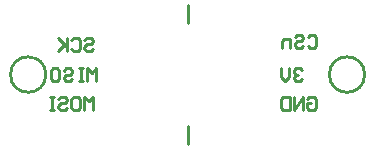
<source format=gbo>
G04 Layer_Color=32896*
%FSAX25Y25*%
%MOIN*%
G70*
G01*
G75*
%ADD13C,0.01000*%
D13*
X0572835Y0090551D02*
G03*
X0572835Y0090551I-0005906J0000000D01*
G01*
X0679134D02*
G03*
X0679134Y0090551I-0005906J0000000D01*
G01*
X0620079Y0107677D02*
Y0113681D01*
Y0067421D02*
Y0073425D01*
X0660106Y0103017D02*
X0660827Y0103739D01*
X0662271D01*
X0662992Y0103017D01*
Y0100131D01*
X0662271Y0099410D01*
X0660827D01*
X0660106Y0100131D01*
X0655777Y0103017D02*
X0656498Y0103739D01*
X0657941D01*
X0658663Y0103017D01*
Y0102296D01*
X0657941Y0101574D01*
X0656498D01*
X0655777Y0100853D01*
Y0100131D01*
X0656498Y0099410D01*
X0657941D01*
X0658663Y0100131D01*
X0654333Y0099410D02*
Y0102296D01*
X0652169D01*
X0651447Y0101574D01*
Y0099410D01*
X0658366Y0091994D02*
X0657645Y0092715D01*
X0656202D01*
X0655480Y0091994D01*
Y0091272D01*
X0656202Y0090551D01*
X0656923D01*
X0656202D01*
X0655480Y0089829D01*
Y0089107D01*
X0656202Y0088386D01*
X0657645D01*
X0658366Y0089107D01*
X0654037Y0092715D02*
Y0089829D01*
X0652594Y0088386D01*
X0651151Y0089829D01*
Y0092715D01*
X0659909Y0082348D02*
X0660631Y0083069D01*
X0662074D01*
X0662795Y0082348D01*
Y0079462D01*
X0662074Y0078740D01*
X0660631D01*
X0659909Y0079462D01*
Y0080905D01*
X0661352D01*
X0658466Y0078740D02*
Y0083069D01*
X0655580Y0078740D01*
Y0083069D01*
X0654137D02*
Y0078740D01*
X0651972D01*
X0651250Y0079462D01*
Y0082348D01*
X0651972Y0083069D01*
X0654137D01*
X0585697Y0102033D02*
X0586418Y0102754D01*
X0587861D01*
X0588583Y0102033D01*
Y0101311D01*
X0587861Y0100590D01*
X0586418D01*
X0585697Y0099868D01*
Y0099147D01*
X0586418Y0098425D01*
X0587861D01*
X0588583Y0099147D01*
X0581367Y0102033D02*
X0582089Y0102754D01*
X0583532D01*
X0584253Y0102033D01*
Y0099147D01*
X0583532Y0098425D01*
X0582089D01*
X0581367Y0099147D01*
X0579924Y0102754D02*
Y0098425D01*
Y0099868D01*
X0577038Y0102754D01*
X0579203Y0100590D01*
X0577038Y0098425D01*
X0589567Y0088287D02*
Y0092617D01*
X0588124Y0091174D01*
X0586681Y0092617D01*
Y0088287D01*
X0585238Y0092617D02*
X0583794D01*
X0584516D01*
Y0088287D01*
X0585238D01*
X0583794D01*
X0578744Y0091895D02*
X0579465Y0092617D01*
X0580908D01*
X0581630Y0091895D01*
Y0091174D01*
X0580908Y0090452D01*
X0579465D01*
X0578744Y0089731D01*
Y0089009D01*
X0579465Y0088287D01*
X0580908D01*
X0581630Y0089009D01*
X0575136Y0092617D02*
X0576579D01*
X0577301Y0091895D01*
Y0089009D01*
X0576579Y0088287D01*
X0575136D01*
X0574414Y0089009D01*
Y0091895D01*
X0575136Y0092617D01*
X0588583Y0078740D02*
Y0083069D01*
X0587140Y0081626D01*
X0585697Y0083069D01*
Y0078740D01*
X0582089Y0083069D02*
X0583532D01*
X0584253Y0082348D01*
Y0079462D01*
X0583532Y0078740D01*
X0582089D01*
X0581367Y0079462D01*
Y0082348D01*
X0582089Y0083069D01*
X0577038Y0082348D02*
X0577759Y0083069D01*
X0579203D01*
X0579924Y0082348D01*
Y0081626D01*
X0579203Y0080905D01*
X0577759D01*
X0577038Y0080183D01*
Y0079462D01*
X0577759Y0078740D01*
X0579203D01*
X0579924Y0079462D01*
X0575595Y0083069D02*
X0574152D01*
X0574873D01*
Y0078740D01*
X0575595D01*
X0574152D01*
M02*

</source>
